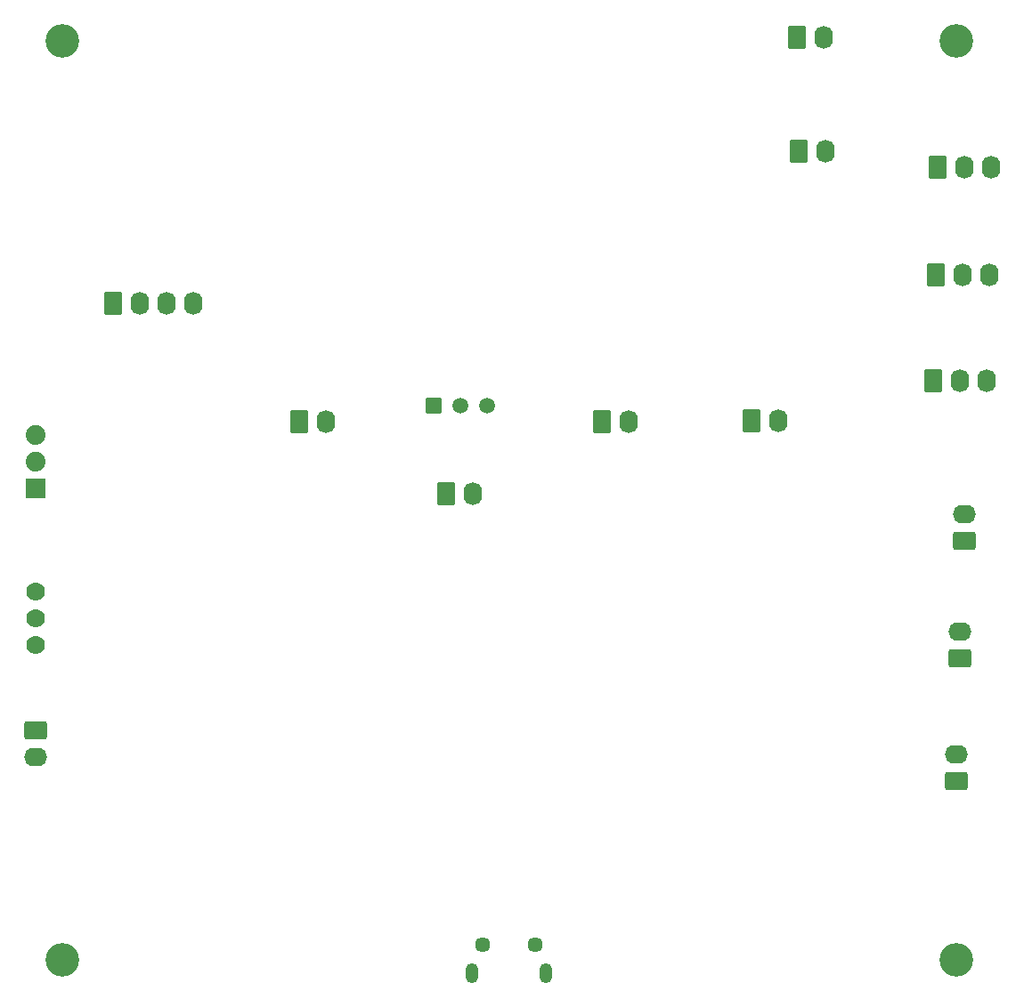
<source format=gbr>
%TF.GenerationSoftware,KiCad,Pcbnew,8.0.8*%
%TF.CreationDate,2025-03-30T01:40:13-05:00*%
%TF.ProjectId,ECE 445 PCBWay Order 3 March 31st Group 40,45434520-3434-4352-9050-434257617920,rev?*%
%TF.SameCoordinates,Original*%
%TF.FileFunction,Soldermask,Bot*%
%TF.FilePolarity,Negative*%
%FSLAX46Y46*%
G04 Gerber Fmt 4.6, Leading zero omitted, Abs format (unit mm)*
G04 Created by KiCad (PCBNEW 8.0.8) date 2025-03-30 01:40:13*
%MOMM*%
%LPD*%
G01*
G04 APERTURE LIST*
G04 Aperture macros list*
%AMRoundRect*
0 Rectangle with rounded corners*
0 $1 Rounding radius*
0 $2 $3 $4 $5 $6 $7 $8 $9 X,Y pos of 4 corners*
0 Add a 4 corners polygon primitive as box body*
4,1,4,$2,$3,$4,$5,$6,$7,$8,$9,$2,$3,0*
0 Add four circle primitives for the rounded corners*
1,1,$1+$1,$2,$3*
1,1,$1+$1,$4,$5*
1,1,$1+$1,$6,$7*
1,1,$1+$1,$8,$9*
0 Add four rect primitives between the rounded corners*
20,1,$1+$1,$2,$3,$4,$5,0*
20,1,$1+$1,$4,$5,$6,$7,0*
20,1,$1+$1,$6,$7,$8,$9,0*
20,1,$1+$1,$8,$9,$2,$3,0*%
G04 Aperture macros list end*
%ADD10C,1.879600*%
%ADD11R,1.879600X1.879600*%
%ADD12C,1.502000*%
%ADD13RoundRect,0.102000X-0.649000X-0.649000X0.649000X-0.649000X0.649000X0.649000X-0.649000X0.649000X0*%
%ADD14RoundRect,0.250000X-0.620000X-0.845000X0.620000X-0.845000X0.620000X0.845000X-0.620000X0.845000X0*%
%ADD15O,1.740000X2.190000*%
%ADD16O,2.190000X1.740000*%
%ADD17RoundRect,0.250000X0.845000X-0.620000X0.845000X0.620000X-0.845000X0.620000X-0.845000X-0.620000X0*%
%ADD18RoundRect,0.250000X-0.845000X0.620000X-0.845000X-0.620000X0.845000X-0.620000X0.845000X0.620000X0*%
%ADD19O,1.200000X1.900000*%
%ADD20C,1.450000*%
%ADD21C,3.200000*%
%ADD22C,1.778000*%
G04 APERTURE END LIST*
D10*
%TO.C,U4*%
X120015000Y-90000000D03*
X120015000Y-92540000D03*
D11*
X120015000Y-95080000D03*
%TD*%
D12*
%TO.C,Q1*%
X162941000Y-87249000D03*
X160401000Y-87249000D03*
D13*
X157861000Y-87249000D03*
%TD*%
D14*
%TO.C,J15*%
X205359000Y-84836000D03*
D15*
X207899000Y-84836000D03*
X210439000Y-84836000D03*
%TD*%
%TO.C,J14*%
X210693000Y-74803000D03*
X208153000Y-74803000D03*
D14*
X205613000Y-74803000D03*
%TD*%
D15*
%TO.C,J13*%
X210820000Y-64516000D03*
X208280000Y-64516000D03*
D14*
X205740000Y-64516000D03*
%TD*%
D15*
%TO.C,J12*%
X161544000Y-95631000D03*
D14*
X159004000Y-95631000D03*
%TD*%
D15*
%TO.C,J11*%
X135001000Y-77470000D03*
X132461000Y-77470000D03*
X129921000Y-77470000D03*
D14*
X127381000Y-77470000D03*
%TD*%
D15*
%TO.C,J10*%
X147574000Y-88773000D03*
D14*
X145034000Y-88773000D03*
%TD*%
D15*
%TO.C,J9*%
X176403000Y-88773000D03*
D14*
X173863000Y-88773000D03*
%TD*%
D15*
%TO.C,J8*%
X190627000Y-88646000D03*
D14*
X188087000Y-88646000D03*
%TD*%
D16*
%TO.C,J7*%
X207518000Y-120396000D03*
D17*
X207518000Y-122936000D03*
%TD*%
D15*
%TO.C,J6*%
X195072000Y-62992000D03*
D14*
X192532000Y-62992000D03*
%TD*%
D15*
%TO.C,J5*%
X194945000Y-52197000D03*
D14*
X192405000Y-52197000D03*
%TD*%
D16*
%TO.C,J4*%
X208280000Y-97536000D03*
D17*
X208280000Y-100076000D03*
%TD*%
D16*
%TO.C,J3*%
X207899000Y-108712000D03*
D17*
X207899000Y-111252000D03*
%TD*%
D16*
%TO.C,J2*%
X120015000Y-120650000D03*
D18*
X120015000Y-118110000D03*
%TD*%
D19*
%TO.C,J1*%
X168500000Y-141237500D03*
D20*
X167500000Y-138537500D03*
X162500000Y-138537500D03*
D19*
X161500000Y-141237500D03*
%TD*%
D21*
%TO.C,H4*%
X207500000Y-140000000D03*
%TD*%
%TO.C,H3*%
X122500000Y-140000000D03*
%TD*%
%TO.C,H2*%
X207500000Y-52500000D03*
%TD*%
%TO.C,H1*%
X122500000Y-52500000D03*
%TD*%
D22*
%TO.C,U3*%
X120000000Y-110000000D03*
X120000000Y-107460000D03*
X120000000Y-104920000D03*
%TD*%
M02*

</source>
